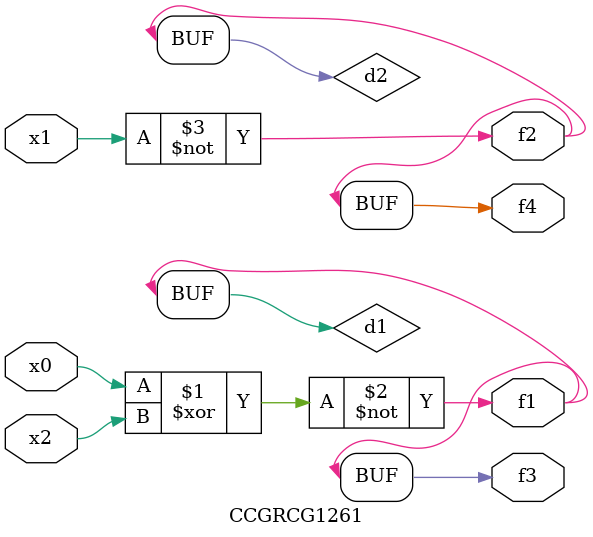
<source format=v>
module CCGRCG1261(
	input x0, x1, x2,
	output f1, f2, f3, f4
);

	wire d1, d2, d3;

	xnor (d1, x0, x2);
	nand (d2, x1);
	nor (d3, x1, x2);
	assign f1 = d1;
	assign f2 = d2;
	assign f3 = d1;
	assign f4 = d2;
endmodule

</source>
